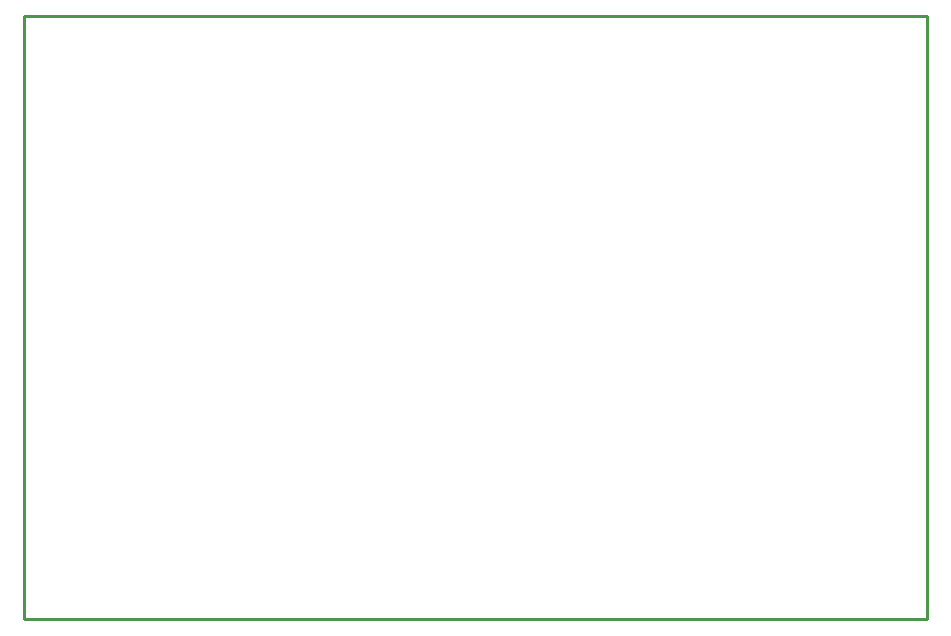
<source format=gko>
G04*
G04 #@! TF.GenerationSoftware,Altium Limited,Altium Designer,23.0.1 (38)*
G04*
G04 Layer_Color=16711935*
%FSLAX25Y25*%
%MOIN*%
G70*
G04*
G04 #@! TF.SameCoordinates,3541F037-1E4E-4125-B444-BB1E2F39CCB3*
G04*
G04*
G04 #@! TF.FilePolarity,Positive*
G04*
G01*
G75*
%ADD15C,0.01000*%
D15*
X0Y0D02*
X301000D01*
Y201000D01*
X0D02*
X301000D01*
X0Y0D02*
Y201000D01*
M02*

</source>
